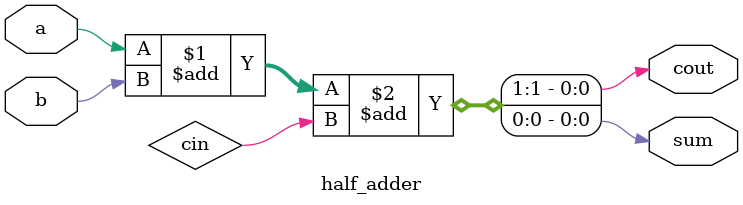
<source format=v>
module half_adder( 
input a, b,
output cout, sum );

wire [2:0] g, p;

assign {cout, sum} = a + b + cin;

endmodule

</source>
